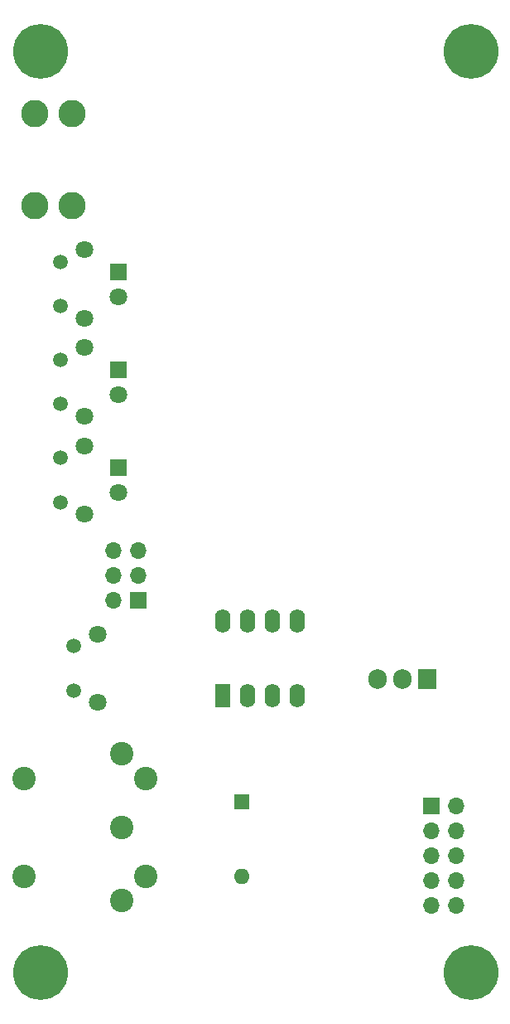
<source format=gbs>
%TF.GenerationSoftware,KiCad,Pcbnew,(6.0.2)*%
%TF.CreationDate,2022-03-15T10:04:13+02:00*%
%TF.ProjectId,C-DAO,432d4441-4f2e-46b6-9963-61645f706362,0.1*%
%TF.SameCoordinates,Original*%
%TF.FileFunction,Soldermask,Bot*%
%TF.FilePolarity,Negative*%
%FSLAX46Y46*%
G04 Gerber Fmt 4.6, Leading zero omitted, Abs format (unit mm)*
G04 Created by KiCad (PCBNEW (6.0.2)) date 2022-03-15 10:04:13*
%MOMM*%
%LPD*%
G01*
G04 APERTURE LIST*
%ADD10C,1.498600*%
%ADD11C,1.803400*%
%ADD12R,1.800000X1.800000*%
%ADD13C,1.800000*%
%ADD14C,5.600000*%
%ADD15C,3.600000*%
%ADD16C,2.800000*%
%ADD17R,1.700000X1.700000*%
%ADD18O,1.700000X1.700000*%
%ADD19R,1.905000X2.000000*%
%ADD20O,1.905000X2.000000*%
%ADD21R,1.600000X2.400000*%
%ADD22O,1.600000X2.400000*%
%ADD23R,1.600000X1.600000*%
%ADD24O,1.600000X1.600000*%
%ADD25C,2.400000*%
G04 APERTURE END LIST*
D10*
X112000000Y-95500000D03*
X112000000Y-99995800D03*
D11*
X114489200Y-94242700D03*
X114489200Y-101253100D03*
D10*
X112000000Y-85500000D03*
X112000000Y-89995800D03*
D11*
X114489200Y-84242700D03*
X114489200Y-91253100D03*
D10*
X112000000Y-75500000D03*
X112000000Y-79995800D03*
D11*
X114489200Y-74242700D03*
X114489200Y-81253100D03*
D10*
X113363800Y-114720600D03*
X113363800Y-119216400D03*
D11*
X115853000Y-113463300D03*
X115853000Y-120473700D03*
D12*
X118000000Y-76480000D03*
D13*
X118000000Y-79020000D03*
D12*
X118000000Y-96480000D03*
D13*
X118000000Y-99020000D03*
D12*
X118000000Y-86480000D03*
D13*
X118000000Y-89020000D03*
D14*
X110000000Y-148000000D03*
D15*
X110000000Y-148000000D03*
D14*
X154000000Y-54000000D03*
D15*
X154000000Y-54000000D03*
D16*
X109400000Y-60300000D03*
X109400000Y-69700000D03*
X113200000Y-69700000D03*
X113200000Y-60300000D03*
D17*
X120000000Y-110000000D03*
D18*
X117460000Y-110000000D03*
X120000000Y-107460000D03*
X117460000Y-107460000D03*
X120000000Y-104920000D03*
X117460000Y-104920000D03*
D15*
X154000000Y-148000000D03*
D14*
X154000000Y-148000000D03*
D17*
X150000000Y-131000000D03*
D18*
X152540000Y-131000000D03*
X150000000Y-133540000D03*
X152540000Y-133540000D03*
X150000000Y-136080000D03*
X152540000Y-136080000D03*
X150000000Y-138620000D03*
X152540000Y-138620000D03*
X150000000Y-141160000D03*
X152540000Y-141160000D03*
D19*
X149540000Y-118055000D03*
D20*
X147000000Y-118055000D03*
X144460000Y-118055000D03*
D21*
X128600000Y-119800000D03*
D22*
X131140000Y-119800000D03*
X133680000Y-119800000D03*
X136220000Y-119800000D03*
X136220000Y-112180000D03*
X133680000Y-112180000D03*
X131140000Y-112180000D03*
X128600000Y-112180000D03*
D15*
X110000000Y-54000000D03*
D14*
X110000000Y-54000000D03*
D23*
X130600000Y-130590000D03*
D24*
X130600000Y-138210000D03*
D25*
X118300000Y-133200000D03*
X118300000Y-125700000D03*
X118300000Y-140700000D03*
X120800000Y-128200000D03*
X120800000Y-138200000D03*
X108300000Y-138200000D03*
X108300000Y-128200000D03*
M02*

</source>
